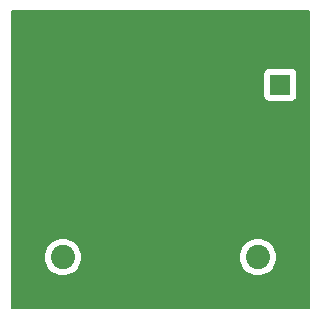
<source format=gbr>
%TF.GenerationSoftware,KiCad,Pcbnew,7.0.11-7.0.11~ubuntu22.04.1*%
%TF.CreationDate,2025-05-22T12:56:19-05:00*%
%TF.ProjectId,hf_bias_tee,68665f62-6961-4735-9f74-65652e6b6963,-*%
%TF.SameCoordinates,Original*%
%TF.FileFunction,Copper,L2,Bot*%
%TF.FilePolarity,Positive*%
%FSLAX46Y46*%
G04 Gerber Fmt 4.6, Leading zero omitted, Abs format (unit mm)*
G04 Created by KiCad (PCBNEW 7.0.11-7.0.11~ubuntu22.04.1) date 2025-05-22 12:56:19*
%MOMM*%
%LPD*%
G01*
G04 APERTURE LIST*
%TA.AperFunction,ComponentPad*%
%ADD10C,2.050000*%
%TD*%
%TA.AperFunction,ComponentPad*%
%ADD11C,2.250000*%
%TD*%
%TA.AperFunction,ComponentPad*%
%ADD12R,1.700000X1.700000*%
%TD*%
%TA.AperFunction,ComponentPad*%
%ADD13O,1.700000X1.700000*%
%TD*%
%TA.AperFunction,ComponentPad*%
%ADD14C,0.700000*%
%TD*%
%TA.AperFunction,ComponentPad*%
%ADD15C,4.400000*%
%TD*%
%TA.AperFunction,ViaPad*%
%ADD16C,0.508000*%
%TD*%
G04 APERTURE END LIST*
D10*
%TO.P,J1,1*%
%TO.N,Net-(C1-Pad2)*%
X125095000Y-103505000D03*
D11*
%TO.P,J1,2*%
%TO.N,GND*%
X122555000Y-100965000D03*
X122555000Y-106045000D03*
X127635000Y-100965000D03*
X127635000Y-106045000D03*
%TD*%
D10*
%TO.P,J2,1*%
%TO.N,Net-(C1-Pad1)*%
X141605000Y-103505000D03*
D11*
%TO.P,J2,2*%
%TO.N,GND*%
X139065000Y-100965000D03*
X139065000Y-106045000D03*
X144145000Y-100965000D03*
X144145000Y-106045000D03*
%TD*%
D12*
%TO.P,J4,1*%
%TO.N,Net-(J4-Pad1)*%
X143510000Y-88900000D03*
D13*
%TO.P,J4,2*%
%TO.N,GND*%
X143510000Y-86360000D03*
%TD*%
D14*
%TO.P,H1,1*%
%TO.N,GND*%
X122175000Y-95250000D03*
X122658274Y-94083274D03*
X122658274Y-96416726D03*
X123825000Y-93600000D03*
D15*
X123825000Y-95250000D03*
D14*
X123825000Y-96900000D03*
X124991726Y-94083274D03*
X124991726Y-96416726D03*
X125475000Y-95250000D03*
%TD*%
%TO.P,H2,1*%
%TO.N,GND*%
X141225000Y-95250000D03*
X141708274Y-94083274D03*
X141708274Y-96416726D03*
X142875000Y-93600000D03*
D15*
X142875000Y-95250000D03*
D14*
X142875000Y-96900000D03*
X144041726Y-94083274D03*
X144041726Y-96416726D03*
X144525000Y-95250000D03*
%TD*%
D16*
%TO.N,GND*%
X129540000Y-101600000D03*
X129540000Y-105410000D03*
X130810000Y-105410000D03*
X132080000Y-105410000D03*
X133350000Y-105410000D03*
X134620000Y-105410000D03*
X135890000Y-105410000D03*
X137160000Y-105410000D03*
X137160000Y-101600000D03*
X130810000Y-98425000D03*
X132080000Y-99060000D03*
X132080000Y-100330000D03*
X137160000Y-100330000D03*
X137160000Y-99060000D03*
X136525000Y-98425000D03*
X129540000Y-98425000D03*
X129540000Y-97155000D03*
X129540000Y-95885000D03*
X136525000Y-95885000D03*
X136525000Y-97155000D03*
X130810000Y-95885000D03*
X137795000Y-95885000D03*
X139065000Y-95885000D03*
X139700000Y-94615000D03*
X138430000Y-92075000D03*
X140970000Y-93345000D03*
X142240000Y-92075000D03*
X143510000Y-91440000D03*
X144780000Y-91440000D03*
X139065000Y-91440000D03*
X139700000Y-90805000D03*
X140335000Y-90170000D03*
X140335000Y-88900000D03*
X140335000Y-87630000D03*
X140335000Y-86360000D03*
X140335000Y-85090000D03*
X140970000Y-83820000D03*
X143510000Y-83820000D03*
X142240000Y-83820000D03*
X144780000Y-83820000D03*
X137160000Y-92075000D03*
X121920000Y-92710000D03*
X144780000Y-92710000D03*
X121920000Y-99060000D03*
X121920000Y-97790000D03*
X144780000Y-97790000D03*
X144780000Y-99060000D03*
X135128000Y-92075000D03*
X125857000Y-92710000D03*
X133985000Y-92075000D03*
X132842000Y-92710000D03*
X132842000Y-94615000D03*
X125730000Y-97790000D03*
X131953000Y-95885000D03*
X132080000Y-101600000D03*
X132842000Y-95504000D03*
X140970000Y-97536000D03*
X132842000Y-93599000D03*
X136144000Y-92075000D03*
X130810000Y-101600000D03*
%TD*%
%TA.AperFunction,Conductor*%
%TO.N,GND*%
G36*
X145966621Y-82595502D02*
G01*
X146013114Y-82649158D01*
X146024500Y-82701500D01*
X146024500Y-107798500D01*
X146004498Y-107866621D01*
X145950842Y-107913114D01*
X145898500Y-107924500D01*
X120801500Y-107924500D01*
X120733379Y-107904498D01*
X120686886Y-107850842D01*
X120675500Y-107798500D01*
X120675500Y-103505000D01*
X123556758Y-103505000D01*
X123575696Y-103745633D01*
X123632044Y-103980341D01*
X123632045Y-103980343D01*
X123724416Y-104203347D01*
X123850536Y-104409156D01*
X124007299Y-104592701D01*
X124190844Y-104749464D01*
X124396653Y-104875584D01*
X124619657Y-104967955D01*
X124854366Y-105024304D01*
X125095000Y-105043242D01*
X125335634Y-105024304D01*
X125570343Y-104967955D01*
X125793347Y-104875584D01*
X125999156Y-104749464D01*
X126182701Y-104592701D01*
X126339464Y-104409156D01*
X126465584Y-104203347D01*
X126557955Y-103980343D01*
X126614304Y-103745634D01*
X126633242Y-103505000D01*
X140066758Y-103505000D01*
X140085696Y-103745633D01*
X140142044Y-103980341D01*
X140142045Y-103980343D01*
X140234416Y-104203347D01*
X140360536Y-104409156D01*
X140517299Y-104592701D01*
X140700844Y-104749464D01*
X140906653Y-104875584D01*
X141129657Y-104967955D01*
X141364366Y-105024304D01*
X141605000Y-105043242D01*
X141845634Y-105024304D01*
X142080343Y-104967955D01*
X142303347Y-104875584D01*
X142509156Y-104749464D01*
X142692701Y-104592701D01*
X142849464Y-104409156D01*
X142975584Y-104203347D01*
X143067955Y-103980343D01*
X143124304Y-103745634D01*
X143143242Y-103505000D01*
X143124304Y-103264366D01*
X143067955Y-103029657D01*
X142975584Y-102806653D01*
X142849464Y-102600844D01*
X142692701Y-102417299D01*
X142509156Y-102260536D01*
X142303347Y-102134416D01*
X142080343Y-102042045D01*
X142080341Y-102042044D01*
X141919783Y-102003497D01*
X141845634Y-101985696D01*
X141605000Y-101966758D01*
X141364366Y-101985696D01*
X141129658Y-102042044D01*
X140906654Y-102134415D01*
X140700845Y-102260535D01*
X140517299Y-102417299D01*
X140360535Y-102600845D01*
X140234415Y-102806654D01*
X140142044Y-103029658D01*
X140085696Y-103264366D01*
X140066758Y-103505000D01*
X126633242Y-103505000D01*
X126614304Y-103264366D01*
X126557955Y-103029657D01*
X126465584Y-102806653D01*
X126339464Y-102600844D01*
X126182701Y-102417299D01*
X125999156Y-102260536D01*
X125793347Y-102134416D01*
X125570343Y-102042045D01*
X125570341Y-102042044D01*
X125409783Y-102003497D01*
X125335634Y-101985696D01*
X125095000Y-101966758D01*
X124854366Y-101985696D01*
X124619658Y-102042044D01*
X124396654Y-102134415D01*
X124190845Y-102260535D01*
X124007299Y-102417299D01*
X123850535Y-102600845D01*
X123724415Y-102806654D01*
X123632044Y-103029658D01*
X123575696Y-103264366D01*
X123556758Y-103505000D01*
X120675500Y-103505000D01*
X120675500Y-89798649D01*
X142151500Y-89798649D01*
X142158009Y-89859196D01*
X142158011Y-89859204D01*
X142209110Y-89996202D01*
X142209112Y-89996207D01*
X142296738Y-90113261D01*
X142413792Y-90200887D01*
X142413794Y-90200888D01*
X142413796Y-90200889D01*
X142472875Y-90222924D01*
X142550795Y-90251988D01*
X142550803Y-90251990D01*
X142611350Y-90258499D01*
X142611355Y-90258499D01*
X142611362Y-90258500D01*
X142611368Y-90258500D01*
X144408632Y-90258500D01*
X144408638Y-90258500D01*
X144408645Y-90258499D01*
X144408649Y-90258499D01*
X144469196Y-90251990D01*
X144469199Y-90251989D01*
X144469201Y-90251989D01*
X144606204Y-90200889D01*
X144723261Y-90113261D01*
X144810889Y-89996204D01*
X144861989Y-89859201D01*
X144868500Y-89798638D01*
X144868500Y-88001362D01*
X144868499Y-88001350D01*
X144861990Y-87940803D01*
X144861988Y-87940795D01*
X144810889Y-87803797D01*
X144810887Y-87803792D01*
X144723261Y-87686738D01*
X144606207Y-87599112D01*
X144606202Y-87599110D01*
X144469204Y-87548011D01*
X144469196Y-87548009D01*
X144408649Y-87541500D01*
X144408638Y-87541500D01*
X142611362Y-87541500D01*
X142611350Y-87541500D01*
X142550803Y-87548009D01*
X142550795Y-87548011D01*
X142413797Y-87599110D01*
X142413792Y-87599112D01*
X142296738Y-87686738D01*
X142209112Y-87803792D01*
X142209110Y-87803797D01*
X142158011Y-87940795D01*
X142158009Y-87940803D01*
X142151500Y-88001350D01*
X142151500Y-89798649D01*
X120675500Y-89798649D01*
X120675500Y-82701500D01*
X120695502Y-82633379D01*
X120749158Y-82586886D01*
X120801500Y-82575500D01*
X145898500Y-82575500D01*
X145966621Y-82595502D01*
G37*
%TD.AperFunction*%
%TD*%
M02*

</source>
